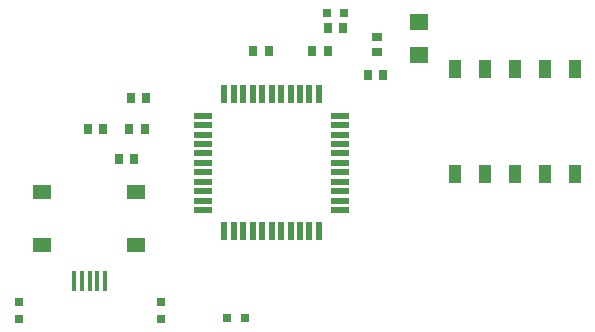
<source format=gtp>
G75*
%MOIN*%
%OFA0B0*%
%FSLAX24Y24*%
%IPPOS*%
%LPD*%
%AMOC8*
5,1,8,0,0,1.08239X$1,22.5*
%
%ADD10R,0.0276X0.0354*%
%ADD11R,0.0315X0.0315*%
%ADD12R,0.0354X0.0276*%
%ADD13R,0.0630X0.0551*%
%ADD14R,0.0157X0.0689*%
%ADD15R,0.0433X0.0591*%
%ADD16R,0.0197X0.0591*%
%ADD17R,0.0591X0.0197*%
%ADD18R,0.0610X0.0512*%
D10*
X009293Y007297D03*
X009805Y007297D03*
X009648Y008321D03*
X010159Y008321D03*
X010199Y009344D03*
X009687Y009344D03*
X008782Y008321D03*
X008270Y008321D03*
X013782Y010919D03*
X014293Y010919D03*
X015750Y010919D03*
X016262Y010919D03*
X016262Y011667D03*
X016774Y011667D03*
X017600Y010092D03*
X018112Y010092D03*
D11*
X005967Y001962D03*
X005967Y002553D03*
X010691Y002553D03*
X010691Y001962D03*
X012915Y002021D03*
X013506Y002021D03*
X016222Y012179D03*
X016813Y012179D03*
D12*
X017896Y011372D03*
X017896Y010860D03*
D13*
X019313Y010762D03*
X019313Y011864D03*
D14*
X008841Y003252D03*
X008585Y003252D03*
X008329Y003252D03*
X008073Y003252D03*
X007817Y003252D03*
D15*
X020502Y006805D03*
X021502Y006805D03*
X022502Y006805D03*
X023502Y006805D03*
X024502Y006805D03*
X024502Y010309D03*
X023502Y010309D03*
X022502Y010309D03*
X021502Y010309D03*
X020502Y010309D03*
D16*
X015967Y009462D03*
X015652Y009462D03*
X015337Y009462D03*
X015022Y009462D03*
X014707Y009462D03*
X014392Y009462D03*
X014077Y009462D03*
X013762Y009462D03*
X013447Y009462D03*
X013132Y009462D03*
X012817Y009462D03*
X012817Y004895D03*
X013132Y004895D03*
X013447Y004895D03*
X013762Y004895D03*
X014077Y004895D03*
X014392Y004895D03*
X014707Y004895D03*
X015022Y004895D03*
X015337Y004895D03*
X015652Y004895D03*
X015967Y004895D03*
D17*
X016675Y005604D03*
X016675Y005919D03*
X016675Y006234D03*
X016675Y006549D03*
X016675Y006864D03*
X016675Y007179D03*
X016675Y007494D03*
X016675Y007809D03*
X016675Y008124D03*
X016675Y008439D03*
X016675Y008754D03*
X012108Y008754D03*
X012108Y008439D03*
X012108Y008124D03*
X012108Y007809D03*
X012108Y007494D03*
X012108Y007179D03*
X012108Y006864D03*
X012108Y006549D03*
X012108Y006234D03*
X012108Y005919D03*
X012108Y005604D03*
D18*
X009854Y006210D03*
X009854Y004439D03*
X006724Y004439D03*
X006724Y006210D03*
M02*

</source>
